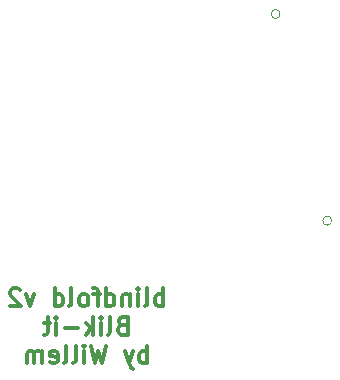
<source format=gbo>
%TF.GenerationSoftware,KiCad,Pcbnew,(6.0.6-0)*%
%TF.CreationDate,2022-06-30T11:52:42+02:00*%
%TF.ProjectId,leo_headphones,6c656f5f-6865-4616-9470-686f6e65732e,rev?*%
%TF.SameCoordinates,Original*%
%TF.FileFunction,Legend,Bot*%
%TF.FilePolarity,Positive*%
%FSLAX46Y46*%
G04 Gerber Fmt 4.6, Leading zero omitted, Abs format (unit mm)*
G04 Created by KiCad (PCBNEW (6.0.6-0)) date 2022-06-30 11:52:42*
%MOMM*%
%LPD*%
G01*
G04 APERTURE LIST*
%ADD10C,0.300000*%
%ADD11C,0.120000*%
%ADD12C,1.000000*%
%ADD13C,2.100000*%
%ADD14C,0.500000*%
G04 APERTURE END LIST*
D10*
X142151085Y-112715971D02*
X142151085Y-111215971D01*
X142151085Y-111787400D02*
X142008228Y-111715971D01*
X141722514Y-111715971D01*
X141579657Y-111787400D01*
X141508228Y-111858828D01*
X141436800Y-112001685D01*
X141436800Y-112430257D01*
X141508228Y-112573114D01*
X141579657Y-112644542D01*
X141722514Y-112715971D01*
X142008228Y-112715971D01*
X142151085Y-112644542D01*
X140579657Y-112715971D02*
X140722514Y-112644542D01*
X140793942Y-112501685D01*
X140793942Y-111215971D01*
X140008228Y-112715971D02*
X140008228Y-111715971D01*
X140008228Y-111215971D02*
X140079657Y-111287400D01*
X140008228Y-111358828D01*
X139936800Y-111287400D01*
X140008228Y-111215971D01*
X140008228Y-111358828D01*
X139293942Y-111715971D02*
X139293942Y-112715971D01*
X139293942Y-111858828D02*
X139222514Y-111787400D01*
X139079657Y-111715971D01*
X138865371Y-111715971D01*
X138722514Y-111787400D01*
X138651085Y-111930257D01*
X138651085Y-112715971D01*
X137293942Y-112715971D02*
X137293942Y-111215971D01*
X137293942Y-112644542D02*
X137436800Y-112715971D01*
X137722514Y-112715971D01*
X137865371Y-112644542D01*
X137936800Y-112573114D01*
X138008228Y-112430257D01*
X138008228Y-112001685D01*
X137936800Y-111858828D01*
X137865371Y-111787400D01*
X137722514Y-111715971D01*
X137436800Y-111715971D01*
X137293942Y-111787400D01*
X136793942Y-111715971D02*
X136222514Y-111715971D01*
X136579657Y-112715971D02*
X136579657Y-111430257D01*
X136508228Y-111287400D01*
X136365371Y-111215971D01*
X136222514Y-111215971D01*
X135508228Y-112715971D02*
X135651085Y-112644542D01*
X135722514Y-112573114D01*
X135793942Y-112430257D01*
X135793942Y-112001685D01*
X135722514Y-111858828D01*
X135651085Y-111787400D01*
X135508228Y-111715971D01*
X135293942Y-111715971D01*
X135151085Y-111787400D01*
X135079657Y-111858828D01*
X135008228Y-112001685D01*
X135008228Y-112430257D01*
X135079657Y-112573114D01*
X135151085Y-112644542D01*
X135293942Y-112715971D01*
X135508228Y-112715971D01*
X134151085Y-112715971D02*
X134293942Y-112644542D01*
X134365371Y-112501685D01*
X134365371Y-111215971D01*
X132936800Y-112715971D02*
X132936800Y-111215971D01*
X132936800Y-112644542D02*
X133079657Y-112715971D01*
X133365371Y-112715971D01*
X133508228Y-112644542D01*
X133579657Y-112573114D01*
X133651085Y-112430257D01*
X133651085Y-112001685D01*
X133579657Y-111858828D01*
X133508228Y-111787400D01*
X133365371Y-111715971D01*
X133079657Y-111715971D01*
X132936800Y-111787400D01*
X131222514Y-111715971D02*
X130865371Y-112715971D01*
X130508228Y-111715971D01*
X130008228Y-111358828D02*
X129936800Y-111287400D01*
X129793942Y-111215971D01*
X129436800Y-111215971D01*
X129293942Y-111287400D01*
X129222514Y-111358828D01*
X129151085Y-111501685D01*
X129151085Y-111644542D01*
X129222514Y-111858828D01*
X130079657Y-112715971D01*
X129151085Y-112715971D01*
X138651085Y-114345257D02*
X138436800Y-114416685D01*
X138365371Y-114488114D01*
X138293942Y-114630971D01*
X138293942Y-114845257D01*
X138365371Y-114988114D01*
X138436800Y-115059542D01*
X138579657Y-115130971D01*
X139151085Y-115130971D01*
X139151085Y-113630971D01*
X138651085Y-113630971D01*
X138508228Y-113702400D01*
X138436800Y-113773828D01*
X138365371Y-113916685D01*
X138365371Y-114059542D01*
X138436800Y-114202400D01*
X138508228Y-114273828D01*
X138651085Y-114345257D01*
X139151085Y-114345257D01*
X137436800Y-115130971D02*
X137579657Y-115059542D01*
X137651085Y-114916685D01*
X137651085Y-113630971D01*
X136865371Y-115130971D02*
X136865371Y-114130971D01*
X136865371Y-113630971D02*
X136936800Y-113702400D01*
X136865371Y-113773828D01*
X136793942Y-113702400D01*
X136865371Y-113630971D01*
X136865371Y-113773828D01*
X136151085Y-115130971D02*
X136151085Y-113630971D01*
X136008228Y-114559542D02*
X135579657Y-115130971D01*
X135579657Y-114130971D02*
X136151085Y-114702400D01*
X134936800Y-114559542D02*
X133793942Y-114559542D01*
X133079657Y-115130971D02*
X133079657Y-114130971D01*
X133079657Y-113630971D02*
X133151085Y-113702400D01*
X133079657Y-113773828D01*
X133008228Y-113702400D01*
X133079657Y-113630971D01*
X133079657Y-113773828D01*
X132579657Y-114130971D02*
X132008228Y-114130971D01*
X132365371Y-113630971D02*
X132365371Y-114916685D01*
X132293942Y-115059542D01*
X132151085Y-115130971D01*
X132008228Y-115130971D01*
X140793942Y-117545971D02*
X140793942Y-116045971D01*
X140793942Y-116617400D02*
X140651085Y-116545971D01*
X140365371Y-116545971D01*
X140222514Y-116617400D01*
X140151085Y-116688828D01*
X140079657Y-116831685D01*
X140079657Y-117260257D01*
X140151085Y-117403114D01*
X140222514Y-117474542D01*
X140365371Y-117545971D01*
X140651085Y-117545971D01*
X140793942Y-117474542D01*
X139579657Y-116545971D02*
X139222514Y-117545971D01*
X138865371Y-116545971D02*
X139222514Y-117545971D01*
X139365371Y-117903114D01*
X139436800Y-117974542D01*
X139579657Y-118045971D01*
X137293942Y-116045971D02*
X136936800Y-117545971D01*
X136651085Y-116474542D01*
X136365371Y-117545971D01*
X136008228Y-116045971D01*
X135436800Y-117545971D02*
X135436800Y-116545971D01*
X135436800Y-116045971D02*
X135508228Y-116117400D01*
X135436800Y-116188828D01*
X135365371Y-116117400D01*
X135436800Y-116045971D01*
X135436800Y-116188828D01*
X134508228Y-117545971D02*
X134651085Y-117474542D01*
X134722514Y-117331685D01*
X134722514Y-116045971D01*
X133722514Y-117545971D02*
X133865371Y-117474542D01*
X133936800Y-117331685D01*
X133936800Y-116045971D01*
X132579657Y-117474542D02*
X132722514Y-117545971D01*
X133008228Y-117545971D01*
X133151085Y-117474542D01*
X133222514Y-117331685D01*
X133222514Y-116760257D01*
X133151085Y-116617400D01*
X133008228Y-116545971D01*
X132722514Y-116545971D01*
X132579657Y-116617400D01*
X132508228Y-116760257D01*
X132508228Y-116903114D01*
X133222514Y-117045971D01*
X131865371Y-117545971D02*
X131865371Y-116545971D01*
X131865371Y-116688828D02*
X131793942Y-116617400D01*
X131651085Y-116545971D01*
X131436800Y-116545971D01*
X131293942Y-116617400D01*
X131222514Y-116760257D01*
X131222514Y-117545971D01*
X131222514Y-116760257D02*
X131151085Y-116617400D01*
X131008228Y-116545971D01*
X130793942Y-116545971D01*
X130651085Y-116617400D01*
X130579657Y-116760257D01*
X130579657Y-117545971D01*
D11*
%TO.C,J3*%
X152029200Y-87973000D02*
G75*
G03*
X152029200Y-87973000I-381000J0D01*
G01*
%TO.C,J2*%
X156403000Y-105473400D02*
G75*
G03*
X156403000Y-105473400I-381000J0D01*
G01*
%TD*%
%LPC*%
D12*
%TO.C,U1*%
X160434147Y-111238923D03*
X160284147Y-119388923D03*
X159284147Y-120588923D03*
X148934147Y-119238923D03*
X147384147Y-117238923D03*
%TD*%
D13*
%TO.C,H1*%
X128524000Y-106527600D03*
%TD*%
%TO.C,H2*%
X128417320Y-120914160D03*
%TD*%
%TO.C,H3*%
X159613600Y-87426800D03*
%TD*%
%TO.C,H4*%
X148107400Y-87426800D03*
%TD*%
%TO.C,H7*%
X169468800Y-106426000D03*
%TD*%
%TO.C,H9*%
X169450000Y-120980000D03*
%TD*%
%TO.C,H10*%
X142199360Y-121000520D03*
%TD*%
D14*
%TO.C,mouse-bite-2mm-slot*%
X158087500Y-95741200D03*
X157337500Y-95741200D03*
X156587500Y-95741200D03*
X157337500Y-97241200D03*
X158087500Y-97241200D03*
X156587500Y-97241200D03*
%TD*%
%TO.C,mouse-bite-2mm-slot*%
X150351300Y-97241400D03*
X151101300Y-97241400D03*
X149601300Y-95741400D03*
X151101300Y-95741400D03*
X149601300Y-97241400D03*
X150351300Y-95741400D03*
%TD*%
M02*

</source>
